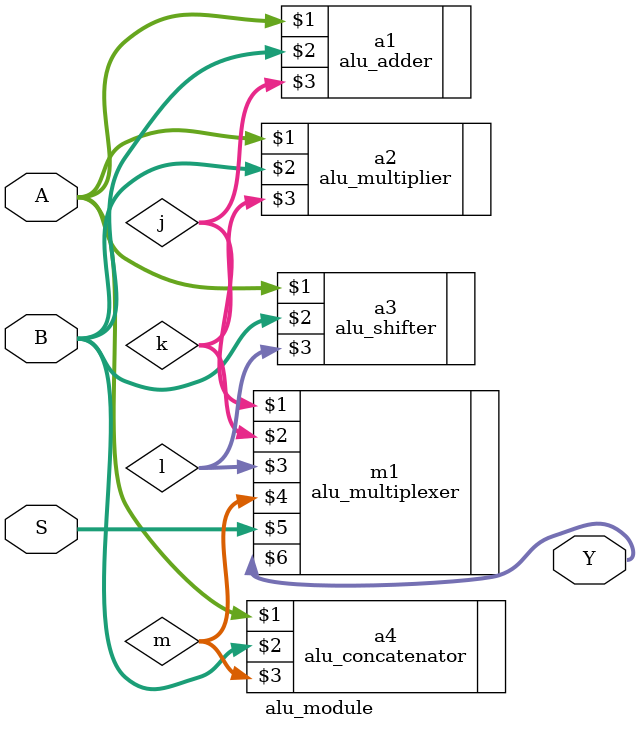
<source format=v>
`timescale 1ns / 1ps


module alu_module #
    (
    parameter INPUT_WIDTH = 4,
    parameter OUTPUT_WIDTH = 8, 
    parameter SELECT_WIDTH = 2
    )
    (
    input wire [INPUT_WIDTH-1:0] A,
    input wire [INPUT_WIDTH-1:0] B,
    input wire [SELECT_WIDTH-1:0] S,
    output wire [OUTPUT_WIDTH-1:0] Y
    ); 
    
    wire[7:0] j, k, l, m; 
    
    alu_adder a1(A, B, j); 
    alu_multiplier a2(A, B, k); 
    alu_shifter a3(A, B, l); 
    alu_concatenator a4(A, B, m); 
    
    alu_multiplexer m1(j, k, l, m, S, Y); 
endmodule
</source>
